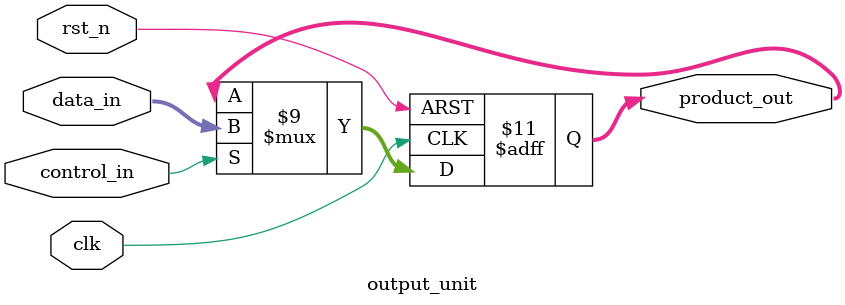
<source format=sv>

`timescale 1ns / 1ps
`default_nettype none

module multiplier_top (
    input  wire        clk,
    input  wire        rst_n,
    input  wire        enable,
    input  wire [7:0]  a,
    input  wire [7:0]  b,
    output wire [15:0] product
);
    
    // Internal signals
    wire        control_signal;
    wire [15:0] mult_result;
    
    // Control unit handles enable logic
    control_unit u_control (
        .clk          (clk),
        .rst_n        (rst_n),
        .enable_in    (enable),
        .control_out  (control_signal)
    );
    
    // Baugh-Wooley multiplier for data processing
    baugh_wooley_multiplier u_bw_mult (
        .clk         (clk),
        .rst_n       (rst_n),
        .a           (a),
        .b           (b),
        .mult_result (mult_result)
    );
    
    // Output register unit
    output_unit u_output (
        .clk         (clk),
        .rst_n       (rst_n),
        .control_in  (control_signal),
        .data_in     (mult_result),
        .product_out (product)
    );
    
endmodule

//-----------------------------------------------------------------------------
// Control unit module - Processes enable signal
//-----------------------------------------------------------------------------
module control_unit (
    input  wire clk,
    input  wire rst_n,
    input  wire enable_in,
    output reg  control_out
);
    
    always @(posedge clk or negedge rst_n) begin
        if (!rst_n) begin
            control_out <= 1'b0;
        end else begin
            control_out <= enable_in;
        end
    end
    
endmodule

//-----------------------------------------------------------------------------
// Baugh-Wooley 8-bit Multiplier Implementation
//-----------------------------------------------------------------------------
module baugh_wooley_multiplier (
    input  wire         clk,
    input  wire         rst_n,
    input  wire [7:0]   a,
    input  wire [7:0]   b,
    output reg  [15:0]  mult_result
);
    
    // Partial products
    reg [7:0] pp [7:0];
    reg [15:0] sum;
    integer i, j;
    
    always @(posedge clk or negedge rst_n) begin
        if (!rst_n) begin
            for (i = 0; i < 8; i = i + 1) begin
                pp[i] <= 8'b0;
            end
            sum <= 16'b0;
            mult_result <= 16'b0;
        end else begin
            // Generate partial products using Baugh-Wooley algorithm
            for (i = 0; i < 7; i = i + 1) begin
                for (j = 0; j < 7; j = j + 1) begin
                    pp[i][j] = a[i] & b[j];
                end
                // Special handling for MSB of each partial product row
                pp[i][7] = ~(a[i] & b[7]);
            end
            
            // Last row partial products
            for (j = 0; j < 7; j = j + 1) begin
                pp[7][j] = ~(a[7] & b[j]);
            end
            pp[7][7] = a[7] & b[7];
            
            // Sum partial products (simple version for clarity)
            sum = 16'b0;
            for (i = 0; i < 8; i = i + 1) begin
                for (j = 0; j < 8; j = j + 1) begin
                    sum[i+j] = sum[i+j] ^ pp[i][j];
                    if (i+j+1 < 16) begin
                        sum[i+j+1] = sum[i+j+1] ^ (pp[i][j] & sum[i+j]);
                    end
                end
            end
            
            // Add 1 to two's complement result
            sum = sum + 16'b1;
            
            // Register output
            mult_result <= sum;
        end
    end
    
endmodule

//-----------------------------------------------------------------------------
// Output unit module - Registers multiplication result
//-----------------------------------------------------------------------------
module output_unit (
    input  wire         clk,
    input  wire         rst_n,
    input  wire         control_in,
    input  wire [15:0]  data_in,
    output reg  [15:0]  product_out
);
    
    always @(posedge clk or negedge rst_n) begin
        if (!rst_n) begin
            product_out <= 16'b0;
        end else if (control_in) begin
            product_out <= data_in;
        end
    end
    
endmodule

`default_nettype wire
</source>
